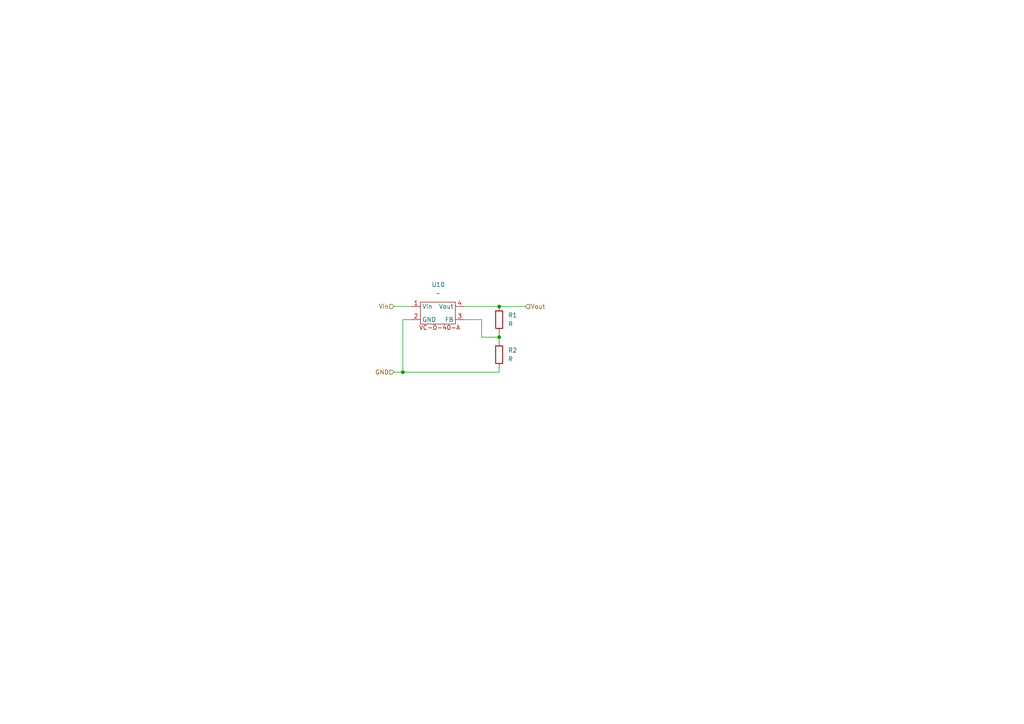
<source format=kicad_sch>
(kicad_sch (version 20250114) (generator "eeschema") (generator_version "9.0")
  (paper "A4")
  (title_block (date "2025-09-24") (company "Felix Pelster"))
  (lib_symbols
    (symbol "Device:R" (pin_numbers (hide yes)) (pin_names (offset 0))
      (property "Reference" "R" (at 2.032 0 90))
      (property "Value" "R" (at 0 0 90))
      (symbol "R_0_1"
        (rectangle (start -1.016 -2.54) (end 1.016 2.54) (stroke (width 0.254)))
      )
      (symbol "R_1_1"
        (pin passive line (at 0 3.81 270) (length 1.27) (name "~") (number "1"))
        (pin passive line (at 0 -3.81 90) (length 1.27) (name "~") (number "2"))
      )
    )
    (symbol "Felix:VC-D-40-A"
      (property "Reference" "U" (at 0.762 7.62 0))
      (symbol "VC-D-40-A_0_1"
        (rectangle (start 0 6.35) (end 10.16 0))
      )
      (symbol "VC-D-40-A_1_1"
        (text "VC-D-40-A" (at 5.588 -1.016 0) (effects (font (size 1.27 1.27))))
        (pin input line (at -2.54 5.08 0) (length 2.54) (name "Vin") (number "1"))
        (pin input line (at -2.54 1.27 0) (length 2.54) (name "GND") (number "2"))
        (pin input line (at 12.7 5.08 180) (length 2.54) (name "Vout") (number "4"))
        (pin input line (at 12.7 1.27 180) (length 2.54) (name "FB") (number "3"))
      )
    )
  )
  (junction (at 116.84 107.95))
  (junction (at 144.78 88.9))
  (junction (at 144.78 97.79))
  (wire (pts (xy 116.84 92.71) (xy 116.84 107.95)))
  (wire (pts (xy 144.78 97.79) (xy 144.78 96.52)))
  (wire (pts (xy 139.7 97.79) (xy 144.78 97.79)))
  (wire (pts (xy 134.62 92.71) (xy 139.7 92.71)))
  (wire (pts (xy 144.78 88.9) (xy 152.4 88.9)))
  (wire (pts (xy 144.78 106.68) (xy 144.78 107.95)))
  (wire (pts (xy 134.62 88.9) (xy 144.78 88.9)))
  (wire (pts (xy 114.3 88.9) (xy 119.38 88.9)))
  (wire (pts (xy 116.84 92.71) (xy 119.38 92.71)))
  (wire (pts (xy 144.78 107.95) (xy 116.84 107.95)))
  (wire (pts (xy 144.78 99.06) (xy 144.78 97.79)))
  (wire (pts (xy 139.7 92.71) (xy 139.7 97.79)))
  (wire (pts (xy 114.3 107.95) (xy 116.84 107.95)))
  (hierarchical_label "GND" (shape input) (at 114.3 107.95 180))
  (hierarchical_label "Vout" (shape input) (at 152.4 88.9 0))
  (hierarchical_label "Vin" (shape input) (at 114.3 88.9 180))
  (symbol (lib_id "Device:R") (at 144.78 102.87 0) (unit 1)
    (property "Reference" "R2" (at 147.32 101.5999 0) (effects (justify left)))
    (property "Value" "R" (at 147.32 104.1399 0) (effects (justify left)))
    (property "Footprint" "Resistor_SMD:R_0805_2012Metric_Pad1.20x1.40mm_HandSolder" (effects (hide yes)))
    (property "Description" "Resistor" (effects (hide yes)))
  )
  (symbol (lib_id "Felix:VC-D-40-A") (at 121.92 93.98 0) (unit 1)
    (property "Reference" "U10" (at 127.112 82.55 0))
    (property "Value" "~" (at 127.112 85.09 0))
    (property "Footprint" "Felix:VC-D-40-A" (effects (hide yes)))
  )
  (symbol (lib_id "Device:R") (at 144.78 92.71 0) (unit 1)
    (property "Reference" "R1" (at 147.32 91.4399 0) (effects (justify left)))
    (property "Value" "R" (at 147.32 93.9799 0) (effects (justify left)))
    (property "Footprint" "Resistor_SMD:R_0805_2012Metric_Pad1.20x1.40mm_HandSolder" (effects (hide yes)))
    (property "Description" "Resistor" (effects (hide yes)))
  )
)
</source>
